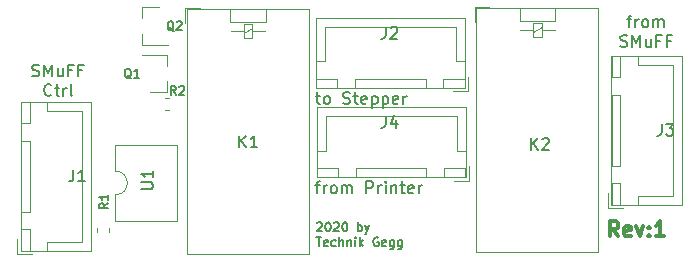
<source format=gbr>
G04 #@! TF.GenerationSoftware,KiCad,Pcbnew,(5.1.2)-2*
G04 #@! TF.CreationDate,2020-12-09T13:32:10+01:00*
G04 #@! TF.ProjectId,Relay-Board,52656c61-792d-4426-9f61-72642e6b6963,rev?*
G04 #@! TF.SameCoordinates,Original*
G04 #@! TF.FileFunction,Legend,Top*
G04 #@! TF.FilePolarity,Positive*
%FSLAX46Y46*%
G04 Gerber Fmt 4.6, Leading zero omitted, Abs format (unit mm)*
G04 Created by KiCad (PCBNEW (5.1.2)-2) date 2020-12-09 13:32:10*
%MOMM*%
%LPD*%
G04 APERTURE LIST*
%ADD10C,0.300000*%
%ADD11C,0.150000*%
%ADD12C,0.120000*%
G04 APERTURE END LIST*
D10*
X140067937Y-68047083D02*
X139644603Y-67442321D01*
X139342222Y-68047083D02*
X139342222Y-66777083D01*
X139826032Y-66777083D01*
X139946984Y-66837560D01*
X140007460Y-66898036D01*
X140067937Y-67018988D01*
X140067937Y-67200417D01*
X140007460Y-67321369D01*
X139946984Y-67381845D01*
X139826032Y-67442321D01*
X139342222Y-67442321D01*
X141096032Y-67986607D02*
X140975080Y-68047083D01*
X140733175Y-68047083D01*
X140612222Y-67986607D01*
X140551746Y-67865655D01*
X140551746Y-67381845D01*
X140612222Y-67260893D01*
X140733175Y-67200417D01*
X140975080Y-67200417D01*
X141096032Y-67260893D01*
X141156508Y-67381845D01*
X141156508Y-67502798D01*
X140551746Y-67623750D01*
X141579841Y-67200417D02*
X141882222Y-68047083D01*
X142184603Y-67200417D01*
X142668413Y-67926131D02*
X142728889Y-67986607D01*
X142668413Y-68047083D01*
X142607937Y-67986607D01*
X142668413Y-67926131D01*
X142668413Y-68047083D01*
X142668413Y-67260893D02*
X142728889Y-67321369D01*
X142668413Y-67381845D01*
X142607937Y-67321369D01*
X142668413Y-67260893D01*
X142668413Y-67381845D01*
X143938413Y-68047083D02*
X143212699Y-68047083D01*
X143575556Y-68047083D02*
X143575556Y-66777083D01*
X143454603Y-66958512D01*
X143333651Y-67079464D01*
X143212699Y-67139940D01*
D11*
X114545437Y-66932654D02*
X114581151Y-66896940D01*
X114652580Y-66861225D01*
X114831151Y-66861225D01*
X114902580Y-66896940D01*
X114938294Y-66932654D01*
X114974008Y-67004082D01*
X114974008Y-67075511D01*
X114938294Y-67182654D01*
X114509722Y-67611225D01*
X114974008Y-67611225D01*
X115438294Y-66861225D02*
X115509722Y-66861225D01*
X115581151Y-66896940D01*
X115616865Y-66932654D01*
X115652580Y-67004082D01*
X115688294Y-67146940D01*
X115688294Y-67325511D01*
X115652580Y-67468368D01*
X115616865Y-67539797D01*
X115581151Y-67575511D01*
X115509722Y-67611225D01*
X115438294Y-67611225D01*
X115366865Y-67575511D01*
X115331151Y-67539797D01*
X115295437Y-67468368D01*
X115259722Y-67325511D01*
X115259722Y-67146940D01*
X115295437Y-67004082D01*
X115331151Y-66932654D01*
X115366865Y-66896940D01*
X115438294Y-66861225D01*
X115974008Y-66932654D02*
X116009722Y-66896940D01*
X116081151Y-66861225D01*
X116259722Y-66861225D01*
X116331151Y-66896940D01*
X116366865Y-66932654D01*
X116402580Y-67004082D01*
X116402580Y-67075511D01*
X116366865Y-67182654D01*
X115938294Y-67611225D01*
X116402580Y-67611225D01*
X116866865Y-66861225D02*
X116938294Y-66861225D01*
X117009722Y-66896940D01*
X117045437Y-66932654D01*
X117081151Y-67004082D01*
X117116865Y-67146940D01*
X117116865Y-67325511D01*
X117081151Y-67468368D01*
X117045437Y-67539797D01*
X117009722Y-67575511D01*
X116938294Y-67611225D01*
X116866865Y-67611225D01*
X116795437Y-67575511D01*
X116759722Y-67539797D01*
X116724008Y-67468368D01*
X116688294Y-67325511D01*
X116688294Y-67146940D01*
X116724008Y-67004082D01*
X116759722Y-66932654D01*
X116795437Y-66896940D01*
X116866865Y-66861225D01*
X118009722Y-67611225D02*
X118009722Y-66861225D01*
X118009722Y-67146940D02*
X118081151Y-67111225D01*
X118224008Y-67111225D01*
X118295437Y-67146940D01*
X118331151Y-67182654D01*
X118366865Y-67254082D01*
X118366865Y-67468368D01*
X118331151Y-67539797D01*
X118295437Y-67575511D01*
X118224008Y-67611225D01*
X118081151Y-67611225D01*
X118009722Y-67575511D01*
X118616865Y-67111225D02*
X118795437Y-67611225D01*
X118974008Y-67111225D02*
X118795437Y-67611225D01*
X118724008Y-67789797D01*
X118688294Y-67825511D01*
X118616865Y-67861225D01*
X114474008Y-68136225D02*
X114902580Y-68136225D01*
X114688294Y-68886225D02*
X114688294Y-68136225D01*
X115438294Y-68850511D02*
X115366865Y-68886225D01*
X115224008Y-68886225D01*
X115152580Y-68850511D01*
X115116865Y-68779082D01*
X115116865Y-68493368D01*
X115152580Y-68421940D01*
X115224008Y-68386225D01*
X115366865Y-68386225D01*
X115438294Y-68421940D01*
X115474008Y-68493368D01*
X115474008Y-68564797D01*
X115116865Y-68636225D01*
X116116865Y-68850511D02*
X116045437Y-68886225D01*
X115902580Y-68886225D01*
X115831151Y-68850511D01*
X115795437Y-68814797D01*
X115759722Y-68743368D01*
X115759722Y-68529082D01*
X115795437Y-68457654D01*
X115831151Y-68421940D01*
X115902580Y-68386225D01*
X116045437Y-68386225D01*
X116116865Y-68421940D01*
X116438294Y-68886225D02*
X116438294Y-68136225D01*
X116759722Y-68886225D02*
X116759722Y-68493368D01*
X116724008Y-68421940D01*
X116652580Y-68386225D01*
X116545437Y-68386225D01*
X116474008Y-68421940D01*
X116438294Y-68457654D01*
X117116865Y-68386225D02*
X117116865Y-68886225D01*
X117116865Y-68457654D02*
X117152580Y-68421940D01*
X117224008Y-68386225D01*
X117331151Y-68386225D01*
X117402580Y-68421940D01*
X117438294Y-68493368D01*
X117438294Y-68886225D01*
X117795437Y-68886225D02*
X117795437Y-68386225D01*
X117795437Y-68136225D02*
X117759722Y-68171940D01*
X117795437Y-68207654D01*
X117831151Y-68171940D01*
X117795437Y-68136225D01*
X117795437Y-68207654D01*
X118152580Y-68886225D02*
X118152580Y-68136225D01*
X118224008Y-68600511D02*
X118438294Y-68886225D01*
X118438294Y-68386225D02*
X118152580Y-68671940D01*
X119724008Y-68171940D02*
X119652580Y-68136225D01*
X119545437Y-68136225D01*
X119438294Y-68171940D01*
X119366865Y-68243368D01*
X119331151Y-68314797D01*
X119295437Y-68457654D01*
X119295437Y-68564797D01*
X119331151Y-68707654D01*
X119366865Y-68779082D01*
X119438294Y-68850511D01*
X119545437Y-68886225D01*
X119616865Y-68886225D01*
X119724008Y-68850511D01*
X119759722Y-68814797D01*
X119759722Y-68564797D01*
X119616865Y-68564797D01*
X120366865Y-68850511D02*
X120295437Y-68886225D01*
X120152580Y-68886225D01*
X120081151Y-68850511D01*
X120045437Y-68779082D01*
X120045437Y-68493368D01*
X120081151Y-68421940D01*
X120152580Y-68386225D01*
X120295437Y-68386225D01*
X120366865Y-68421940D01*
X120402580Y-68493368D01*
X120402580Y-68564797D01*
X120045437Y-68636225D01*
X121045437Y-68386225D02*
X121045437Y-68993368D01*
X121009722Y-69064797D01*
X120974008Y-69100511D01*
X120902580Y-69136225D01*
X120795437Y-69136225D01*
X120724008Y-69100511D01*
X121045437Y-68850511D02*
X120974008Y-68886225D01*
X120831151Y-68886225D01*
X120759722Y-68850511D01*
X120724008Y-68814797D01*
X120688294Y-68743368D01*
X120688294Y-68529082D01*
X120724008Y-68457654D01*
X120759722Y-68421940D01*
X120831151Y-68386225D01*
X120974008Y-68386225D01*
X121045437Y-68421940D01*
X121724008Y-68386225D02*
X121724008Y-68993368D01*
X121688294Y-69064797D01*
X121652580Y-69100511D01*
X121581151Y-69136225D01*
X121474008Y-69136225D01*
X121402580Y-69100511D01*
X121724008Y-68850511D02*
X121652580Y-68886225D01*
X121509722Y-68886225D01*
X121438294Y-68850511D01*
X121402580Y-68814797D01*
X121366865Y-68743368D01*
X121366865Y-68529082D01*
X121402580Y-68457654D01*
X121438294Y-68421940D01*
X121509722Y-68386225D01*
X121652580Y-68386225D01*
X121724008Y-68421940D01*
X90441733Y-54456461D02*
X90584590Y-54504080D01*
X90822685Y-54504080D01*
X90917923Y-54456461D01*
X90965542Y-54408842D01*
X91013161Y-54313604D01*
X91013161Y-54218366D01*
X90965542Y-54123128D01*
X90917923Y-54075509D01*
X90822685Y-54027890D01*
X90632209Y-53980271D01*
X90536971Y-53932652D01*
X90489352Y-53885033D01*
X90441733Y-53789795D01*
X90441733Y-53694557D01*
X90489352Y-53599319D01*
X90536971Y-53551700D01*
X90632209Y-53504080D01*
X90870304Y-53504080D01*
X91013161Y-53551700D01*
X91441733Y-54504080D02*
X91441733Y-53504080D01*
X91775066Y-54218366D01*
X92108400Y-53504080D01*
X92108400Y-54504080D01*
X93013161Y-53837414D02*
X93013161Y-54504080D01*
X92584590Y-53837414D02*
X92584590Y-54361223D01*
X92632209Y-54456461D01*
X92727447Y-54504080D01*
X92870304Y-54504080D01*
X92965542Y-54456461D01*
X93013161Y-54408842D01*
X93822685Y-53980271D02*
X93489352Y-53980271D01*
X93489352Y-54504080D02*
X93489352Y-53504080D01*
X93965542Y-53504080D01*
X94679828Y-53980271D02*
X94346495Y-53980271D01*
X94346495Y-54504080D02*
X94346495Y-53504080D01*
X94822685Y-53504080D01*
X92060780Y-56058842D02*
X92013161Y-56106461D01*
X91870304Y-56154080D01*
X91775066Y-56154080D01*
X91632209Y-56106461D01*
X91536971Y-56011223D01*
X91489352Y-55915985D01*
X91441733Y-55725509D01*
X91441733Y-55582652D01*
X91489352Y-55392176D01*
X91536971Y-55296938D01*
X91632209Y-55201700D01*
X91775066Y-55154080D01*
X91870304Y-55154080D01*
X92013161Y-55201700D01*
X92060780Y-55249319D01*
X92346495Y-55487414D02*
X92727447Y-55487414D01*
X92489352Y-55154080D02*
X92489352Y-56011223D01*
X92536971Y-56106461D01*
X92632209Y-56154080D01*
X92727447Y-56154080D01*
X93060780Y-56154080D02*
X93060780Y-55487414D01*
X93060780Y-55677890D02*
X93108400Y-55582652D01*
X93156019Y-55535033D01*
X93251257Y-55487414D01*
X93346495Y-55487414D01*
X93822685Y-56154080D02*
X93727447Y-56106461D01*
X93679828Y-56011223D01*
X93679828Y-55154080D01*
X140783512Y-49689594D02*
X141164464Y-49689594D01*
X140926369Y-50356260D02*
X140926369Y-49499118D01*
X140973988Y-49403880D01*
X141069226Y-49356260D01*
X141164464Y-49356260D01*
X141497798Y-50356260D02*
X141497798Y-49689594D01*
X141497798Y-49880070D02*
X141545417Y-49784832D01*
X141593036Y-49737213D01*
X141688274Y-49689594D01*
X141783512Y-49689594D01*
X142259702Y-50356260D02*
X142164464Y-50308641D01*
X142116845Y-50261022D01*
X142069226Y-50165784D01*
X142069226Y-49880070D01*
X142116845Y-49784832D01*
X142164464Y-49737213D01*
X142259702Y-49689594D01*
X142402560Y-49689594D01*
X142497798Y-49737213D01*
X142545417Y-49784832D01*
X142593036Y-49880070D01*
X142593036Y-50165784D01*
X142545417Y-50261022D01*
X142497798Y-50308641D01*
X142402560Y-50356260D01*
X142259702Y-50356260D01*
X143021607Y-50356260D02*
X143021607Y-49689594D01*
X143021607Y-49784832D02*
X143069226Y-49737213D01*
X143164464Y-49689594D01*
X143307321Y-49689594D01*
X143402560Y-49737213D01*
X143450179Y-49832451D01*
X143450179Y-50356260D01*
X143450179Y-49832451D02*
X143497798Y-49737213D01*
X143593036Y-49689594D01*
X143735893Y-49689594D01*
X143831131Y-49737213D01*
X143878750Y-49832451D01*
X143878750Y-50356260D01*
X140235893Y-51958641D02*
X140378750Y-52006260D01*
X140616845Y-52006260D01*
X140712083Y-51958641D01*
X140759702Y-51911022D01*
X140807321Y-51815784D01*
X140807321Y-51720546D01*
X140759702Y-51625308D01*
X140712083Y-51577689D01*
X140616845Y-51530070D01*
X140426369Y-51482451D01*
X140331131Y-51434832D01*
X140283512Y-51387213D01*
X140235893Y-51291975D01*
X140235893Y-51196737D01*
X140283512Y-51101499D01*
X140331131Y-51053880D01*
X140426369Y-51006260D01*
X140664464Y-51006260D01*
X140807321Y-51053880D01*
X141235893Y-52006260D02*
X141235893Y-51006260D01*
X141569226Y-51720546D01*
X141902560Y-51006260D01*
X141902560Y-52006260D01*
X142807321Y-51339594D02*
X142807321Y-52006260D01*
X142378750Y-51339594D02*
X142378750Y-51863403D01*
X142426369Y-51958641D01*
X142521607Y-52006260D01*
X142664464Y-52006260D01*
X142759702Y-51958641D01*
X142807321Y-51911022D01*
X143616845Y-51482451D02*
X143283512Y-51482451D01*
X143283512Y-52006260D02*
X143283512Y-51006260D01*
X143759702Y-51006260D01*
X144473988Y-51482451D02*
X144140655Y-51482451D01*
X144140655Y-52006260D02*
X144140655Y-51006260D01*
X144616845Y-51006260D01*
X114398990Y-63730214D02*
X114779942Y-63730214D01*
X114541847Y-64396880D02*
X114541847Y-63539738D01*
X114589466Y-63444500D01*
X114684704Y-63396880D01*
X114779942Y-63396880D01*
X115113276Y-64396880D02*
X115113276Y-63730214D01*
X115113276Y-63920690D02*
X115160895Y-63825452D01*
X115208514Y-63777833D01*
X115303752Y-63730214D01*
X115398990Y-63730214D01*
X115875180Y-64396880D02*
X115779942Y-64349261D01*
X115732323Y-64301642D01*
X115684704Y-64206404D01*
X115684704Y-63920690D01*
X115732323Y-63825452D01*
X115779942Y-63777833D01*
X115875180Y-63730214D01*
X116018038Y-63730214D01*
X116113276Y-63777833D01*
X116160895Y-63825452D01*
X116208514Y-63920690D01*
X116208514Y-64206404D01*
X116160895Y-64301642D01*
X116113276Y-64349261D01*
X116018038Y-64396880D01*
X115875180Y-64396880D01*
X116637085Y-64396880D02*
X116637085Y-63730214D01*
X116637085Y-63825452D02*
X116684704Y-63777833D01*
X116779942Y-63730214D01*
X116922800Y-63730214D01*
X117018038Y-63777833D01*
X117065657Y-63873071D01*
X117065657Y-64396880D01*
X117065657Y-63873071D02*
X117113276Y-63777833D01*
X117208514Y-63730214D01*
X117351371Y-63730214D01*
X117446609Y-63777833D01*
X117494228Y-63873071D01*
X117494228Y-64396880D01*
X118732323Y-64396880D02*
X118732323Y-63396880D01*
X119113276Y-63396880D01*
X119208514Y-63444500D01*
X119256133Y-63492119D01*
X119303752Y-63587357D01*
X119303752Y-63730214D01*
X119256133Y-63825452D01*
X119208514Y-63873071D01*
X119113276Y-63920690D01*
X118732323Y-63920690D01*
X119732323Y-64396880D02*
X119732323Y-63730214D01*
X119732323Y-63920690D02*
X119779942Y-63825452D01*
X119827561Y-63777833D01*
X119922800Y-63730214D01*
X120018038Y-63730214D01*
X120351371Y-64396880D02*
X120351371Y-63730214D01*
X120351371Y-63396880D02*
X120303752Y-63444500D01*
X120351371Y-63492119D01*
X120398990Y-63444500D01*
X120351371Y-63396880D01*
X120351371Y-63492119D01*
X120827561Y-63730214D02*
X120827561Y-64396880D01*
X120827561Y-63825452D02*
X120875180Y-63777833D01*
X120970419Y-63730214D01*
X121113276Y-63730214D01*
X121208514Y-63777833D01*
X121256133Y-63873071D01*
X121256133Y-64396880D01*
X121589466Y-63730214D02*
X121970419Y-63730214D01*
X121732323Y-63396880D02*
X121732323Y-64254023D01*
X121779942Y-64349261D01*
X121875180Y-64396880D01*
X121970419Y-64396880D01*
X122684704Y-64349261D02*
X122589466Y-64396880D01*
X122398990Y-64396880D01*
X122303752Y-64349261D01*
X122256133Y-64254023D01*
X122256133Y-63873071D01*
X122303752Y-63777833D01*
X122398990Y-63730214D01*
X122589466Y-63730214D01*
X122684704Y-63777833D01*
X122732323Y-63873071D01*
X122732323Y-63968309D01*
X122256133Y-64063547D01*
X123160895Y-64396880D02*
X123160895Y-63730214D01*
X123160895Y-63920690D02*
X123208514Y-63825452D01*
X123256133Y-63777833D01*
X123351371Y-63730214D01*
X123446609Y-63730214D01*
X114430657Y-56173714D02*
X114811609Y-56173714D01*
X114573514Y-55840380D02*
X114573514Y-56697523D01*
X114621133Y-56792761D01*
X114716371Y-56840380D01*
X114811609Y-56840380D01*
X115287800Y-56840380D02*
X115192561Y-56792761D01*
X115144942Y-56745142D01*
X115097323Y-56649904D01*
X115097323Y-56364190D01*
X115144942Y-56268952D01*
X115192561Y-56221333D01*
X115287800Y-56173714D01*
X115430657Y-56173714D01*
X115525895Y-56221333D01*
X115573514Y-56268952D01*
X115621133Y-56364190D01*
X115621133Y-56649904D01*
X115573514Y-56745142D01*
X115525895Y-56792761D01*
X115430657Y-56840380D01*
X115287800Y-56840380D01*
X116763990Y-56792761D02*
X116906847Y-56840380D01*
X117144942Y-56840380D01*
X117240180Y-56792761D01*
X117287800Y-56745142D01*
X117335419Y-56649904D01*
X117335419Y-56554666D01*
X117287800Y-56459428D01*
X117240180Y-56411809D01*
X117144942Y-56364190D01*
X116954466Y-56316571D01*
X116859228Y-56268952D01*
X116811609Y-56221333D01*
X116763990Y-56126095D01*
X116763990Y-56030857D01*
X116811609Y-55935619D01*
X116859228Y-55888000D01*
X116954466Y-55840380D01*
X117192561Y-55840380D01*
X117335419Y-55888000D01*
X117621133Y-56173714D02*
X118002085Y-56173714D01*
X117763990Y-55840380D02*
X117763990Y-56697523D01*
X117811609Y-56792761D01*
X117906847Y-56840380D01*
X118002085Y-56840380D01*
X118716371Y-56792761D02*
X118621133Y-56840380D01*
X118430657Y-56840380D01*
X118335419Y-56792761D01*
X118287800Y-56697523D01*
X118287800Y-56316571D01*
X118335419Y-56221333D01*
X118430657Y-56173714D01*
X118621133Y-56173714D01*
X118716371Y-56221333D01*
X118763990Y-56316571D01*
X118763990Y-56411809D01*
X118287800Y-56507047D01*
X119192561Y-56173714D02*
X119192561Y-57173714D01*
X119192561Y-56221333D02*
X119287800Y-56173714D01*
X119478276Y-56173714D01*
X119573514Y-56221333D01*
X119621133Y-56268952D01*
X119668752Y-56364190D01*
X119668752Y-56649904D01*
X119621133Y-56745142D01*
X119573514Y-56792761D01*
X119478276Y-56840380D01*
X119287800Y-56840380D01*
X119192561Y-56792761D01*
X120097323Y-56173714D02*
X120097323Y-57173714D01*
X120097323Y-56221333D02*
X120192561Y-56173714D01*
X120383038Y-56173714D01*
X120478276Y-56221333D01*
X120525895Y-56268952D01*
X120573514Y-56364190D01*
X120573514Y-56649904D01*
X120525895Y-56745142D01*
X120478276Y-56792761D01*
X120383038Y-56840380D01*
X120192561Y-56840380D01*
X120097323Y-56792761D01*
X121383038Y-56792761D02*
X121287800Y-56840380D01*
X121097323Y-56840380D01*
X121002085Y-56792761D01*
X120954466Y-56697523D01*
X120954466Y-56316571D01*
X121002085Y-56221333D01*
X121097323Y-56173714D01*
X121287800Y-56173714D01*
X121383038Y-56221333D01*
X121430657Y-56316571D01*
X121430657Y-56411809D01*
X120954466Y-56507047D01*
X121859228Y-56840380D02*
X121859228Y-56173714D01*
X121859228Y-56364190D02*
X121906847Y-56268952D01*
X121954466Y-56221333D01*
X122049704Y-56173714D01*
X122144942Y-56173714D01*
D12*
X97481080Y-60295480D02*
X97481080Y-62530480D01*
X102681080Y-60295480D02*
X97481080Y-60295480D01*
X102681080Y-66765480D02*
X102681080Y-60295480D01*
X97481080Y-66765480D02*
X102681080Y-66765480D01*
X97481080Y-64530480D02*
X97481080Y-66765480D01*
X97481080Y-62530480D02*
G75*
G02X97481080Y-64530480I0J-1000000D01*
G01*
X99738400Y-48651000D02*
X101198400Y-48651000D01*
X99738400Y-51811000D02*
X101898400Y-51811000D01*
X99738400Y-51811000D02*
X99738400Y-50881000D01*
X99738400Y-48651000D02*
X99738400Y-49581000D01*
X101861400Y-55849600D02*
X100401400Y-55849600D01*
X101861400Y-52689600D02*
X99701400Y-52689600D01*
X101861400Y-52689600D02*
X101861400Y-53619600D01*
X101861400Y-55849600D02*
X101861400Y-54919600D01*
X101650681Y-57319640D02*
X101976239Y-57319640D01*
X101650681Y-56299640D02*
X101976239Y-56299640D01*
X95943960Y-67360481D02*
X95943960Y-67686039D01*
X96963960Y-67360481D02*
X96963960Y-67686039D01*
X133557600Y-49950400D02*
X132857600Y-49950400D01*
X133557600Y-51150400D02*
X133557600Y-49950400D01*
X132857600Y-51150400D02*
X133557600Y-51150400D01*
X132857600Y-49950400D02*
X132857600Y-51150400D01*
X132857600Y-50750400D02*
X133557600Y-50350400D01*
X133557600Y-50580400D02*
X134657600Y-50580400D01*
X132857600Y-50580400D02*
X131757600Y-50580400D01*
X134687600Y-49800400D02*
X134687600Y-48740400D01*
X131687600Y-49800400D02*
X134687600Y-49800400D01*
X131687600Y-48740400D02*
X131687600Y-49780400D01*
X138357600Y-48740400D02*
X128037600Y-48740400D01*
X138357600Y-69410400D02*
X138357600Y-48740400D01*
X128037600Y-69410400D02*
X138357600Y-69410400D01*
X128037600Y-48740400D02*
X128037600Y-69410400D01*
X127877600Y-49890400D02*
X127877600Y-48590400D01*
X127877600Y-48590400D02*
X129087600Y-48590400D01*
X109072000Y-50052000D02*
X108372000Y-50052000D01*
X109072000Y-51252000D02*
X109072000Y-50052000D01*
X108372000Y-51252000D02*
X109072000Y-51252000D01*
X108372000Y-50052000D02*
X108372000Y-51252000D01*
X108372000Y-50852000D02*
X109072000Y-50452000D01*
X109072000Y-50682000D02*
X110172000Y-50682000D01*
X108372000Y-50682000D02*
X107272000Y-50682000D01*
X110202000Y-49902000D02*
X110202000Y-48842000D01*
X107202000Y-49902000D02*
X110202000Y-49902000D01*
X107202000Y-48842000D02*
X107202000Y-49882000D01*
X113872000Y-48842000D02*
X103552000Y-48842000D01*
X113872000Y-69512000D02*
X113872000Y-48842000D01*
X103552000Y-69512000D02*
X113872000Y-69512000D01*
X103552000Y-48842000D02*
X103552000Y-69512000D01*
X103392000Y-49992000D02*
X103392000Y-48692000D01*
X103392000Y-48692000D02*
X104602000Y-48692000D01*
X127411600Y-63354400D02*
X127411600Y-62104400D01*
X126161600Y-63354400D02*
X127411600Y-63354400D01*
X115261600Y-57854400D02*
X120811600Y-57854400D01*
X115261600Y-60804400D02*
X115261600Y-57854400D01*
X114511600Y-60804400D02*
X115261600Y-60804400D01*
X126361600Y-57854400D02*
X120811600Y-57854400D01*
X126361600Y-60804400D02*
X126361600Y-57854400D01*
X127111600Y-60804400D02*
X126361600Y-60804400D01*
X114511600Y-63054400D02*
X116311600Y-63054400D01*
X114511600Y-62304400D02*
X114511600Y-63054400D01*
X116311600Y-62304400D02*
X114511600Y-62304400D01*
X116311600Y-63054400D02*
X116311600Y-62304400D01*
X125311600Y-63054400D02*
X127111600Y-63054400D01*
X125311600Y-62304400D02*
X125311600Y-63054400D01*
X127111600Y-62304400D02*
X125311600Y-62304400D01*
X127111600Y-63054400D02*
X127111600Y-62304400D01*
X117811600Y-63054400D02*
X123811600Y-63054400D01*
X117811600Y-62304400D02*
X117811600Y-63054400D01*
X123811600Y-62304400D02*
X117811600Y-62304400D01*
X123811600Y-63054400D02*
X123811600Y-62304400D01*
X114501600Y-63064400D02*
X127121600Y-63064400D01*
X114501600Y-57094400D02*
X114501600Y-63064400D01*
X127121600Y-57094400D02*
X114501600Y-57094400D01*
X127121600Y-63064400D02*
X127121600Y-57094400D01*
X139185200Y-65664200D02*
X140435200Y-65664200D01*
X139185200Y-64414200D02*
X139185200Y-65664200D01*
X144685200Y-53514200D02*
X144685200Y-59064200D01*
X141735200Y-53514200D02*
X144685200Y-53514200D01*
X141735200Y-52764200D02*
X141735200Y-53514200D01*
X144685200Y-64614200D02*
X144685200Y-59064200D01*
X141735200Y-64614200D02*
X144685200Y-64614200D01*
X141735200Y-65364200D02*
X141735200Y-64614200D01*
X139485200Y-52764200D02*
X139485200Y-54564200D01*
X140235200Y-52764200D02*
X139485200Y-52764200D01*
X140235200Y-54564200D02*
X140235200Y-52764200D01*
X139485200Y-54564200D02*
X140235200Y-54564200D01*
X139485200Y-63564200D02*
X139485200Y-65364200D01*
X140235200Y-63564200D02*
X139485200Y-63564200D01*
X140235200Y-65364200D02*
X140235200Y-63564200D01*
X139485200Y-65364200D02*
X140235200Y-65364200D01*
X139485200Y-56064200D02*
X139485200Y-62064200D01*
X140235200Y-56064200D02*
X139485200Y-56064200D01*
X140235200Y-62064200D02*
X140235200Y-56064200D01*
X139485200Y-62064200D02*
X140235200Y-62064200D01*
X139475200Y-52754200D02*
X139475200Y-65374200D01*
X145445200Y-52754200D02*
X139475200Y-52754200D01*
X145445200Y-65374200D02*
X145445200Y-52754200D01*
X139475200Y-65374200D02*
X145445200Y-65374200D01*
X127335400Y-55785200D02*
X127335400Y-54535200D01*
X126085400Y-55785200D02*
X127335400Y-55785200D01*
X115185400Y-50285200D02*
X120735400Y-50285200D01*
X115185400Y-53235200D02*
X115185400Y-50285200D01*
X114435400Y-53235200D02*
X115185400Y-53235200D01*
X126285400Y-50285200D02*
X120735400Y-50285200D01*
X126285400Y-53235200D02*
X126285400Y-50285200D01*
X127035400Y-53235200D02*
X126285400Y-53235200D01*
X114435400Y-55485200D02*
X116235400Y-55485200D01*
X114435400Y-54735200D02*
X114435400Y-55485200D01*
X116235400Y-54735200D02*
X114435400Y-54735200D01*
X116235400Y-55485200D02*
X116235400Y-54735200D01*
X125235400Y-55485200D02*
X127035400Y-55485200D01*
X125235400Y-54735200D02*
X125235400Y-55485200D01*
X127035400Y-54735200D02*
X125235400Y-54735200D01*
X127035400Y-55485200D02*
X127035400Y-54735200D01*
X117735400Y-55485200D02*
X123735400Y-55485200D01*
X117735400Y-54735200D02*
X117735400Y-55485200D01*
X123735400Y-54735200D02*
X117735400Y-54735200D01*
X123735400Y-55485200D02*
X123735400Y-54735200D01*
X114425400Y-55495200D02*
X127045400Y-55495200D01*
X114425400Y-49525200D02*
X114425400Y-55495200D01*
X127045400Y-49525200D02*
X114425400Y-49525200D01*
X127045400Y-55495200D02*
X127045400Y-49525200D01*
X89172600Y-69550400D02*
X90422600Y-69550400D01*
X89172600Y-68300400D02*
X89172600Y-69550400D01*
X94672600Y-57400400D02*
X94672600Y-62950400D01*
X91722600Y-57400400D02*
X94672600Y-57400400D01*
X91722600Y-56650400D02*
X91722600Y-57400400D01*
X94672600Y-68500400D02*
X94672600Y-62950400D01*
X91722600Y-68500400D02*
X94672600Y-68500400D01*
X91722600Y-69250400D02*
X91722600Y-68500400D01*
X89472600Y-56650400D02*
X89472600Y-58450400D01*
X90222600Y-56650400D02*
X89472600Y-56650400D01*
X90222600Y-58450400D02*
X90222600Y-56650400D01*
X89472600Y-58450400D02*
X90222600Y-58450400D01*
X89472600Y-67450400D02*
X89472600Y-69250400D01*
X90222600Y-67450400D02*
X89472600Y-67450400D01*
X90222600Y-69250400D02*
X90222600Y-67450400D01*
X89472600Y-69250400D02*
X90222600Y-69250400D01*
X89472600Y-59950400D02*
X89472600Y-65950400D01*
X90222600Y-59950400D02*
X89472600Y-59950400D01*
X90222600Y-65950400D02*
X90222600Y-59950400D01*
X89472600Y-65950400D02*
X90222600Y-65950400D01*
X89462600Y-56640400D02*
X89462600Y-69260400D01*
X95432600Y-56640400D02*
X89462600Y-56640400D01*
X95432600Y-69260400D02*
X95432600Y-56640400D01*
X89462600Y-69260400D02*
X95432600Y-69260400D01*
D11*
X99660460Y-64058704D02*
X100469984Y-64058704D01*
X100565222Y-64011085D01*
X100612841Y-63963466D01*
X100660460Y-63868228D01*
X100660460Y-63677752D01*
X100612841Y-63582514D01*
X100565222Y-63534895D01*
X100469984Y-63487276D01*
X99660460Y-63487276D01*
X100660460Y-62487276D02*
X100660460Y-63058704D01*
X100660460Y-62772990D02*
X99660460Y-62772990D01*
X99803318Y-62868228D01*
X99898556Y-62963466D01*
X99946175Y-63058704D01*
X102422651Y-50672234D02*
X102351222Y-50636520D01*
X102279794Y-50565091D01*
X102172651Y-50457948D01*
X102101222Y-50422234D01*
X102029794Y-50422234D01*
X102065508Y-50600805D02*
X101994080Y-50565091D01*
X101922651Y-50493662D01*
X101886937Y-50350805D01*
X101886937Y-50100805D01*
X101922651Y-49957948D01*
X101994080Y-49886520D01*
X102065508Y-49850805D01*
X102208365Y-49850805D01*
X102279794Y-49886520D01*
X102351222Y-49957948D01*
X102386937Y-50100805D01*
X102386937Y-50350805D01*
X102351222Y-50493662D01*
X102279794Y-50565091D01*
X102208365Y-50600805D01*
X102065508Y-50600805D01*
X102672651Y-49922234D02*
X102708365Y-49886520D01*
X102779794Y-49850805D01*
X102958365Y-49850805D01*
X103029794Y-49886520D01*
X103065508Y-49922234D01*
X103101222Y-49993662D01*
X103101222Y-50065091D01*
X103065508Y-50172234D01*
X102636937Y-50600805D01*
X103101222Y-50600805D01*
X98815851Y-54685434D02*
X98744422Y-54649720D01*
X98672994Y-54578291D01*
X98565851Y-54471148D01*
X98494422Y-54435434D01*
X98422994Y-54435434D01*
X98458708Y-54614005D02*
X98387280Y-54578291D01*
X98315851Y-54506862D01*
X98280137Y-54364005D01*
X98280137Y-54114005D01*
X98315851Y-53971148D01*
X98387280Y-53899720D01*
X98458708Y-53864005D01*
X98601565Y-53864005D01*
X98672994Y-53899720D01*
X98744422Y-53971148D01*
X98780137Y-54114005D01*
X98780137Y-54364005D01*
X98744422Y-54506862D01*
X98672994Y-54578291D01*
X98601565Y-54614005D01*
X98458708Y-54614005D01*
X99494422Y-54614005D02*
X99065851Y-54614005D01*
X99280137Y-54614005D02*
X99280137Y-53864005D01*
X99208708Y-53971148D01*
X99137280Y-54042577D01*
X99065851Y-54078291D01*
X102592600Y-56046565D02*
X102342600Y-55689422D01*
X102164028Y-56046565D02*
X102164028Y-55296565D01*
X102449742Y-55296565D01*
X102521171Y-55332280D01*
X102556885Y-55367994D01*
X102592600Y-55439422D01*
X102592600Y-55546565D01*
X102556885Y-55617994D01*
X102521171Y-55653708D01*
X102449742Y-55689422D01*
X102164028Y-55689422D01*
X102878314Y-55367994D02*
X102914028Y-55332280D01*
X102985457Y-55296565D01*
X103164028Y-55296565D01*
X103235457Y-55332280D01*
X103271171Y-55367994D01*
X103306885Y-55439422D01*
X103306885Y-55510851D01*
X103271171Y-55617994D01*
X102842600Y-56046565D01*
X103306885Y-56046565D01*
X96874525Y-65255580D02*
X96517382Y-65505580D01*
X96874525Y-65684151D02*
X96124525Y-65684151D01*
X96124525Y-65398437D01*
X96160240Y-65327008D01*
X96195954Y-65291294D01*
X96267382Y-65255580D01*
X96374525Y-65255580D01*
X96445954Y-65291294D01*
X96481668Y-65327008D01*
X96517382Y-65398437D01*
X96517382Y-65684151D01*
X96874525Y-64541294D02*
X96874525Y-64969865D01*
X96874525Y-64755580D02*
X96124525Y-64755580D01*
X96231668Y-64827008D01*
X96303097Y-64898437D01*
X96338811Y-64969865D01*
X132650004Y-60739280D02*
X132650004Y-59739280D01*
X133221433Y-60739280D02*
X132792861Y-60167852D01*
X133221433Y-59739280D02*
X132650004Y-60310709D01*
X133602385Y-59834519D02*
X133650004Y-59786900D01*
X133745242Y-59739280D01*
X133983338Y-59739280D01*
X134078576Y-59786900D01*
X134126195Y-59834519D01*
X134173814Y-59929757D01*
X134173814Y-60024995D01*
X134126195Y-60167852D01*
X133554766Y-60739280D01*
X134173814Y-60739280D01*
X107973904Y-60523380D02*
X107973904Y-59523380D01*
X108545333Y-60523380D02*
X108116761Y-59951952D01*
X108545333Y-59523380D02*
X107973904Y-60094809D01*
X109497714Y-60523380D02*
X108926285Y-60523380D01*
X109212000Y-60523380D02*
X109212000Y-59523380D01*
X109116761Y-59666238D01*
X109021523Y-59761476D01*
X108926285Y-59809095D01*
X120354766Y-57846980D02*
X120354766Y-58561266D01*
X120307147Y-58704123D01*
X120211909Y-58799361D01*
X120069052Y-58846980D01*
X119973814Y-58846980D01*
X121259528Y-58180314D02*
X121259528Y-58846980D01*
X121021433Y-57799361D02*
X120783338Y-58513647D01*
X121402385Y-58513647D01*
X143722766Y-58520080D02*
X143722766Y-59234366D01*
X143675147Y-59377223D01*
X143579909Y-59472461D01*
X143437052Y-59520080D01*
X143341814Y-59520080D01*
X144103719Y-58520080D02*
X144722766Y-58520080D01*
X144389433Y-58901033D01*
X144532290Y-58901033D01*
X144627528Y-58948652D01*
X144675147Y-58996271D01*
X144722766Y-59091509D01*
X144722766Y-59329604D01*
X144675147Y-59424842D01*
X144627528Y-59472461D01*
X144532290Y-59520080D01*
X144246576Y-59520080D01*
X144151338Y-59472461D01*
X144103719Y-59424842D01*
X120354766Y-50303180D02*
X120354766Y-51017466D01*
X120307147Y-51160323D01*
X120211909Y-51255561D01*
X120069052Y-51303180D01*
X119973814Y-51303180D01*
X120783338Y-50398419D02*
X120830957Y-50350800D01*
X120926195Y-50303180D01*
X121164290Y-50303180D01*
X121259528Y-50350800D01*
X121307147Y-50398419D01*
X121354766Y-50493657D01*
X121354766Y-50588895D01*
X121307147Y-50731752D01*
X120735719Y-51303180D01*
X121354766Y-51303180D01*
X93913366Y-62393580D02*
X93913366Y-63107866D01*
X93865747Y-63250723D01*
X93770509Y-63345961D01*
X93627652Y-63393580D01*
X93532414Y-63393580D01*
X94913366Y-63393580D02*
X94341938Y-63393580D01*
X94627652Y-63393580D02*
X94627652Y-62393580D01*
X94532414Y-62536438D01*
X94437176Y-62631676D01*
X94341938Y-62679295D01*
M02*

</source>
